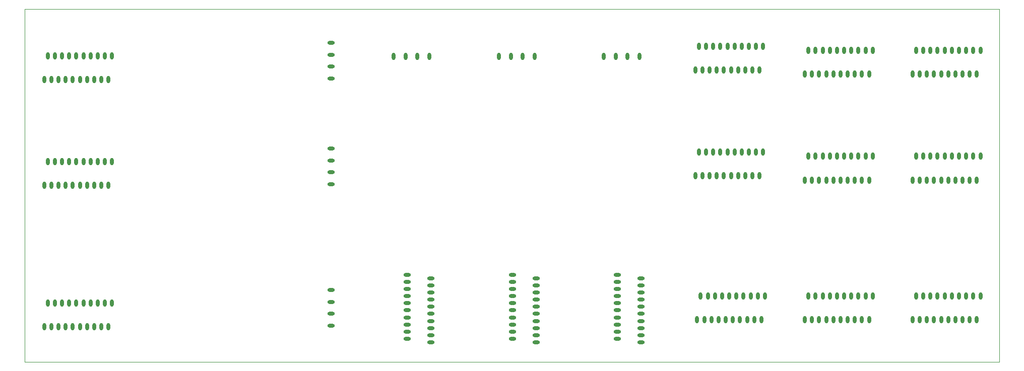
<source format=gbr>
G04 #@! TF.GenerationSoftware,KiCad,Pcbnew,(5.1.4)-1*
G04 #@! TF.CreationDate,2019-11-22T14:34:32-08:00*
G04 #@! TF.ProjectId,Type1 Termination Board v2 (UMPT_ TLH),54797065-3120-4546-9572-6d696e617469,rev?*
G04 #@! TF.SameCoordinates,Original*
G04 #@! TF.FileFunction,Paste,Bot*
G04 #@! TF.FilePolarity,Positive*
%FSLAX46Y46*%
G04 Gerber Fmt 4.6, Leading zero omitted, Abs format (unit mm)*
G04 Created by KiCad (PCBNEW (5.1.4)-1) date 2019-11-22 14:34:32*
%MOMM*%
%LPD*%
G04 APERTURE LIST*
%ADD10C,0.050000*%
%ADD11O,0.600000X1.200000*%
%ADD12O,1.200000X0.600000*%
G04 APERTURE END LIST*
D10*
X175900000Y-70700000D02*
X175900000Y-71500000D01*
X12100000Y-71500000D02*
X12100000Y-12100000D01*
X175900000Y-71500000D02*
X12100000Y-71500000D01*
X175900000Y-12100000D02*
X175900000Y-70700000D01*
X12100000Y-12100000D02*
X175900000Y-12100000D01*
D11*
X143800000Y-19100000D03*
X145000000Y-19100000D03*
X146200000Y-19100000D03*
X147400000Y-19100000D03*
X148600000Y-19100000D03*
X149800000Y-19100000D03*
X151000000Y-19100000D03*
X152200000Y-19100000D03*
X153400000Y-19100000D03*
X154600000Y-19100000D03*
X143200000Y-23100000D03*
X144400000Y-23100000D03*
X145600000Y-23100000D03*
X146800000Y-23100000D03*
X148000000Y-23100000D03*
X149200000Y-23100000D03*
X150400000Y-23100000D03*
X151600000Y-23100000D03*
X152800000Y-23100000D03*
X154000000Y-23100000D03*
X143800000Y-36900000D03*
X145000000Y-36900000D03*
X146200000Y-36900000D03*
X147400000Y-36900000D03*
X148600000Y-36900000D03*
X149800000Y-36900000D03*
X151000000Y-36900000D03*
X152200000Y-36900000D03*
X153400000Y-36900000D03*
X154600000Y-36900000D03*
X143200000Y-40900000D03*
X144400000Y-40900000D03*
X145600000Y-40900000D03*
X146800000Y-40900000D03*
X148000000Y-40900000D03*
X149200000Y-40900000D03*
X150400000Y-40900000D03*
X151600000Y-40900000D03*
X152800000Y-40900000D03*
X154000000Y-40900000D03*
X143800000Y-60400000D03*
X145000000Y-60400000D03*
X146200000Y-60400000D03*
X147400000Y-60400000D03*
X148600000Y-60400000D03*
X149800000Y-60400000D03*
X151000000Y-60400000D03*
X152200000Y-60400000D03*
X153400000Y-60400000D03*
X154600000Y-60400000D03*
X143200000Y-64400000D03*
X144400000Y-64400000D03*
X145600000Y-64400000D03*
X146800000Y-64400000D03*
X148000000Y-64400000D03*
X149200000Y-64400000D03*
X150400000Y-64400000D03*
X151600000Y-64400000D03*
X152800000Y-64400000D03*
X154000000Y-64400000D03*
X161900000Y-60400000D03*
X163100000Y-60400000D03*
X164300000Y-60400000D03*
X165500000Y-60400000D03*
X166700000Y-60400000D03*
X167900000Y-60400000D03*
X169100000Y-60400000D03*
X170300000Y-60400000D03*
X171500000Y-60400000D03*
X172700000Y-60400000D03*
X161300000Y-64400000D03*
X162500000Y-64400000D03*
X163700000Y-64400000D03*
X164900000Y-64400000D03*
X166100000Y-64400000D03*
X167300000Y-64400000D03*
X168500000Y-64400000D03*
X169700000Y-64400000D03*
X170900000Y-64400000D03*
X172100000Y-64400000D03*
X161900000Y-36900000D03*
X163100000Y-36900000D03*
X164300000Y-36900000D03*
X165500000Y-36900000D03*
X166700000Y-36900000D03*
X167900000Y-36900000D03*
X169100000Y-36900000D03*
X170300000Y-36900000D03*
X171500000Y-36900000D03*
X172700000Y-36900000D03*
X161300000Y-40900000D03*
X162500000Y-40900000D03*
X163700000Y-40900000D03*
X164900000Y-40900000D03*
X166100000Y-40900000D03*
X167300000Y-40900000D03*
X168500000Y-40900000D03*
X169700000Y-40900000D03*
X170900000Y-40900000D03*
X172100000Y-40900000D03*
X161900000Y-19100000D03*
X163100000Y-19100000D03*
X164300000Y-19100000D03*
X165500000Y-19100000D03*
X166700000Y-19100000D03*
X167900000Y-19100000D03*
X169100000Y-19100000D03*
X170300000Y-19100000D03*
X171500000Y-19100000D03*
X172700000Y-19100000D03*
X161300000Y-23100000D03*
X162500000Y-23100000D03*
X163700000Y-23100000D03*
X164900000Y-23100000D03*
X166100000Y-23100000D03*
X167300000Y-23100000D03*
X168500000Y-23100000D03*
X169700000Y-23100000D03*
X170900000Y-23100000D03*
X172100000Y-23100000D03*
X125700000Y-60400000D03*
X126900000Y-60400000D03*
X128100000Y-60400000D03*
X129300000Y-60400000D03*
X130500000Y-60400000D03*
X131700000Y-60400000D03*
X132900000Y-60400000D03*
X134100000Y-60400000D03*
X135300000Y-60400000D03*
X136500000Y-60400000D03*
X125100000Y-64400000D03*
X126300000Y-64400000D03*
X127500000Y-64400000D03*
X128700000Y-64400000D03*
X129900000Y-64400000D03*
X131100000Y-64400000D03*
X132300000Y-64400000D03*
X133500000Y-64400000D03*
X134700000Y-64400000D03*
X135900000Y-64400000D03*
X135600000Y-40200000D03*
X134400000Y-40200000D03*
X133200000Y-40200000D03*
X132000000Y-40200000D03*
X130800000Y-40200000D03*
X129600000Y-40200000D03*
X128400000Y-40200000D03*
X127200000Y-40200000D03*
X126000000Y-40200000D03*
X124800000Y-40200000D03*
X136200000Y-36200000D03*
X135000000Y-36200000D03*
X133800000Y-36200000D03*
X132600000Y-36200000D03*
X131400000Y-36200000D03*
X130200000Y-36200000D03*
X129000000Y-36200000D03*
X127800000Y-36200000D03*
X126600000Y-36200000D03*
X125400000Y-36200000D03*
X135600000Y-22400000D03*
X134400000Y-22400000D03*
X133200000Y-22400000D03*
X132000000Y-22400000D03*
X130800000Y-22400000D03*
X129600000Y-22400000D03*
X128400000Y-22400000D03*
X127200000Y-22400000D03*
X126000000Y-22400000D03*
X124800000Y-22400000D03*
X136200000Y-18400000D03*
X135000000Y-18400000D03*
X133800000Y-18400000D03*
X132600000Y-18400000D03*
X131400000Y-18400000D03*
X130200000Y-18400000D03*
X129000000Y-18400000D03*
X127800000Y-18400000D03*
X126600000Y-18400000D03*
X125400000Y-18400000D03*
X109400000Y-20100000D03*
X111400000Y-20100000D03*
X113400000Y-20100000D03*
X115400000Y-20100000D03*
D12*
X111700000Y-56800000D03*
X111700000Y-58000000D03*
X111700000Y-59200000D03*
X111700000Y-60400000D03*
X111700000Y-61600000D03*
X111700000Y-62800000D03*
X111700000Y-64000000D03*
X111700000Y-65200000D03*
X111700000Y-66400000D03*
X111700000Y-67600000D03*
X115700000Y-57400000D03*
X115700000Y-58600000D03*
X115700000Y-59800000D03*
X115700000Y-61000000D03*
X115700000Y-62200000D03*
X115700000Y-63400000D03*
X115700000Y-64600000D03*
X115700000Y-65800000D03*
X115700000Y-67000000D03*
X115700000Y-68200000D03*
D11*
X91800000Y-20100000D03*
X93800000Y-20100000D03*
X95800000Y-20100000D03*
X97800000Y-20100000D03*
D12*
X94100000Y-56800000D03*
X94100000Y-58000000D03*
X94100000Y-59200000D03*
X94100000Y-60400000D03*
X94100000Y-61600000D03*
X94100000Y-62800000D03*
X94100000Y-64000000D03*
X94100000Y-65200000D03*
X94100000Y-66400000D03*
X94100000Y-67600000D03*
X98100000Y-57400000D03*
X98100000Y-58600000D03*
X98100000Y-59800000D03*
X98100000Y-61000000D03*
X98100000Y-62200000D03*
X98100000Y-63400000D03*
X98100000Y-64600000D03*
X98100000Y-65800000D03*
X98100000Y-67000000D03*
X98100000Y-68200000D03*
X63600000Y-17800000D03*
X63600000Y-19800000D03*
X63600000Y-21800000D03*
X63600000Y-23800000D03*
D11*
X26800000Y-20000000D03*
X25600000Y-20000000D03*
X24400000Y-20000000D03*
X23200000Y-20000000D03*
X22000000Y-20000000D03*
X20800000Y-20000000D03*
X19600000Y-20000000D03*
X18400000Y-20000000D03*
X17200000Y-20000000D03*
X16000000Y-20000000D03*
X26200000Y-24000000D03*
X25000000Y-24000000D03*
X23800000Y-24000000D03*
X22600000Y-24000000D03*
X21400000Y-24000000D03*
X20200000Y-24000000D03*
X19000000Y-24000000D03*
X17800000Y-24000000D03*
X16600000Y-24000000D03*
X15400000Y-24000000D03*
X74100000Y-20100000D03*
X76100000Y-20100000D03*
X78100000Y-20100000D03*
X80100000Y-20100000D03*
D12*
X76400000Y-56800000D03*
X76400000Y-58000000D03*
X76400000Y-59200000D03*
X76400000Y-60400000D03*
X76400000Y-61600000D03*
X76400000Y-62800000D03*
X76400000Y-64000000D03*
X76400000Y-65200000D03*
X76400000Y-66400000D03*
X76400000Y-67600000D03*
X80400000Y-57400000D03*
X80400000Y-58600000D03*
X80400000Y-59800000D03*
X80400000Y-61000000D03*
X80400000Y-62200000D03*
X80400000Y-63400000D03*
X80400000Y-64600000D03*
X80400000Y-65800000D03*
X80400000Y-67000000D03*
X80400000Y-68200000D03*
X63600000Y-35600000D03*
X63600000Y-37600000D03*
X63600000Y-39600000D03*
X63600000Y-41600000D03*
D11*
X26800000Y-37800000D03*
X25600000Y-37800000D03*
X24400000Y-37800000D03*
X23200000Y-37800000D03*
X22000000Y-37800000D03*
X20800000Y-37800000D03*
X19600000Y-37800000D03*
X18400000Y-37800000D03*
X17200000Y-37800000D03*
X16000000Y-37800000D03*
X26200000Y-41800000D03*
X25000000Y-41800000D03*
X23800000Y-41800000D03*
X22600000Y-41800000D03*
X21400000Y-41800000D03*
X20200000Y-41800000D03*
X19000000Y-41800000D03*
X17800000Y-41800000D03*
X16600000Y-41800000D03*
X15400000Y-41800000D03*
D12*
X63600000Y-59400000D03*
X63600000Y-61400000D03*
X63600000Y-63400000D03*
X63600000Y-65400000D03*
D11*
X26800000Y-61600000D03*
X25600000Y-61600000D03*
X24400000Y-61600000D03*
X23200000Y-61600000D03*
X22000000Y-61600000D03*
X20800000Y-61600000D03*
X19600000Y-61600000D03*
X18400000Y-61600000D03*
X17200000Y-61600000D03*
X16000000Y-61600000D03*
X26200000Y-65600000D03*
X25000000Y-65600000D03*
X23800000Y-65600000D03*
X22600000Y-65600000D03*
X21400000Y-65600000D03*
X20200000Y-65600000D03*
X19000000Y-65600000D03*
X17800000Y-65600000D03*
X16600000Y-65600000D03*
X15400000Y-65600000D03*
M02*

</source>
